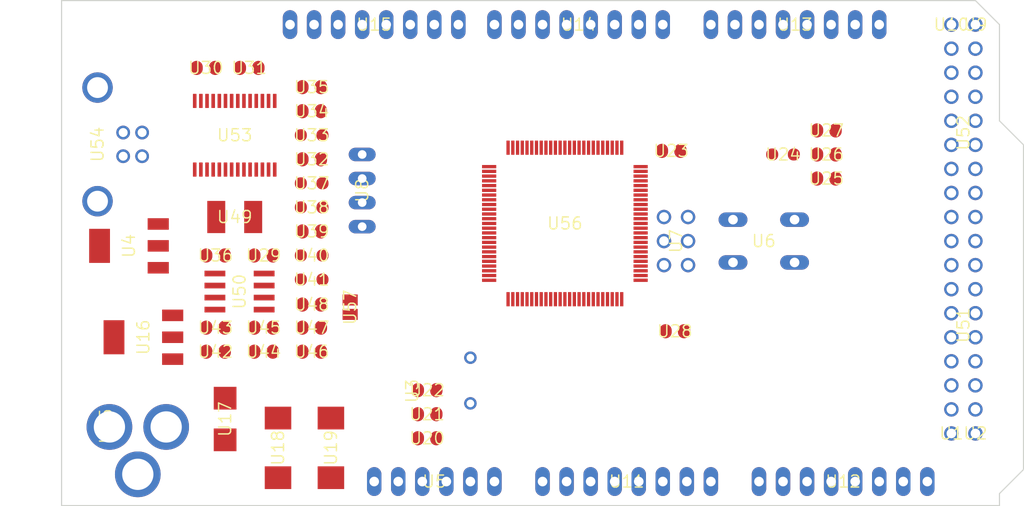
<source format=kicad_pcb>
(kicad_pcb (version 20221018) (generator pcbnew)
  (layers (0 "F.Cu" signal "Top") (31 "B.Cu" signal "Bottom") (34 "B.Paste" user) (35 "F.Paste" user) (36 "B.SilkS" user "B.Silkscreen") (37 "F.SilkS" user "F.Silkscreen") (38 "B.Mask" user) (39 "F.Mask" user) (44 "Edge.Cuts" user))
  (net 0 "")
  (net 1 "+5V")
  (net 2 "GND")
  (net 3 "N$6")
  (net 4 "N$7")
  (net 5 "AREF")
  (net 6 "RESET")
  (net 7 "VIN")
  (net 8 "N$3")
  (net 9 "PWRIN")
  (net 10 "M8RXD")
  (net 11 "M8TXD")
  (net 12 "ADC0")
  (net 13 "ADC2")
  (net 14 "ADC1")
  (net 15 "ADC3")
  (net 16 "ADC4")
  (net 17 "ADC5")
  (net 18 "ADC6")
  (net 19 "ADC7")
  (net 20 "+3V3")
  (net 21 "SDA")
  (net 22 "SCL")
  (net 23 "ADC9")
  (net 24 "ADC8")
  (net 25 "ADC10")
  (net 26 "ADC11")
  (net 27 "ADC12")
  (net 28 "ADC13")
  (net 29 "ADC14")
  (net 30 "ADC15")
  (net 31 "PB3")
  (net 32 "PB2")
  (net 33 "PB1")
  (net 34 "PB5")
  (net 35 "PB4")
  (net 36 "PE5")
  (net 37 "PE4")
  (net 38 "PE3")
  (net 39 "PE1")
  (net 40 "PE0")
  (net 41 "N$15")
  (net 42 "N$53")
  (net 43 "N$54")
  (net 44 "N$55")
  (net 45 "D-")
  (net 46 "D+")
  (net 47 "N$60")
  (net 48 "DTR")
  (net 49 "USBVCC")
  (net 50 "N$2")
  (net 51 "N$4")
  (net 52 "GATE_CMD")
  (net 53 "CMP")
  (net 54 "PB6")
  (net 55 "PH3")
  (net 56 "PH4")
  (net 57 "PH5")
  (net 58 "PH6")
  (net 59 "PG5")
  (net 60 "RXD1")
  (net 61 "TXD1")
  (net 62 "RXD2")
  (net 63 "RXD3")
  (net 64 "TXD2")
  (net 65 "TXD3")
  (net 66 "PC0")
  (net 67 "PC1")
  (net 68 "PC2")
  (net 69 "PC3")
  (net 70 "PC4")
  (net 71 "PC5")
  (net 72 "PC6")
  (net 73 "PC7")
  (net 74 "PB0")
  (net 75 "PG0")
  (net 76 "PG1")
  (net 77 "PG2")
  (net 78 "PD7")
  (net 79 "PA0")
  (net 80 "PA1")
  (net 81 "PA2")
  (net 82 "PA3")
  (net 83 "PA4")
  (net 84 "PA5")
  (net 85 "PA6")
  (net 86 "PA7")
  (net 87 "PL0")
  (net 88 "PL1")
  (net 89 "PL2")
  (net 90 "PL3")
  (net 91 "PL4")
  (net 92 "PL5")
  (net 93 "PL6")
  (net 94 "PL7")
  (net 95 "PB7")
  (net 96 "CTS")
  (net 97 "DSR")
  (net 98 "DCD")
  (net 99 "RI")
  (footprint "Arduino_MEGA_Reference_Design:2X03" (layer "F.Cu") (at 162.5981 103.7336 -90)
    (fp_text reference "U7")
    (fp_text value "")
  )
  (footprint "Arduino_MEGA_Reference_Design:1X08" (layer "F.Cu") (at 152.3111 80.8736 180)
    (fp_text reference "U14")
    (fp_text value "")
  )
  (footprint "Arduino_MEGA_Reference_Design:1X08" (layer "F.Cu") (at 130.7211 80.8736 180)
    (fp_text reference "U15")
    (fp_text value "")
  )
  (footprint "Arduino_MEGA_Reference_Design:SMC_D" (layer "F.Cu") (at 120.5611 125.5776 -90)
    (fp_text reference "U18")
    (fp_text value "")
  )
  (footprint "Arduino_MEGA_Reference_Design:SMC_D" (layer "F.Cu") (at 126.1491 125.5776 -90)
    (fp_text reference "U19")
    (fp_text value "")
  )
  (footprint "Arduino_MEGA_Reference_Design:B3F-10XX" (layer "F.Cu") (at 171.8691 103.7336 180)
    (fp_text reference "U6")
    (fp_text value "")
  )
  (footprint "Arduino_MEGA_Reference_Design:0805RND" (layer "F.Cu") (at 173.9011 94.5896 180)
    (fp_text reference "U24")
    (fp_text value "")
  )
  (footprint "Arduino_MEGA_Reference_Design:SMB" (layer "F.Cu") (at 114.9731 122.5296 -90)
    (fp_text reference "U17")
    (fp_text value "")
  )
  (footprint "Arduino_MEGA_Reference_Design:DC-21MM" (layer "F.Cu") (at 103.0351 123.2916 90)
    (fp_text reference "U55")
    (fp_text value "")
  )
  (footprint "Arduino_MEGA_Reference_Design:HC49_S" (layer "F.Cu") (at 140.8811 118.4656 90)
    (fp_text reference "U3")
    (fp_text value "")
  )
  (footprint "Arduino_MEGA_Reference_Design:SOT223" (layer "F.Cu") (at 106.3371 113.8936 90)
    (fp_text reference "U16")
    (fp_text value "")
  )
  (footprint "Arduino_MEGA_Reference_Design:1X06" (layer "F.Cu") (at 137.0711 129.1336)
    (fp_text reference "U5")
    (fp_text value "")
  )
  (footprint "Arduino_MEGA_Reference_Design:C0805RND" (layer "F.Cu") (at 124.1171 87.4776)
    (fp_text reference "U35")
    (fp_text value "")
  )
  (footprint "Arduino_MEGA_Reference_Design:C0805RND" (layer "F.Cu") (at 162.4711 113.2586)
    (fp_text reference "U28")
    (fp_text value "")
  )
  (footprint "Arduino_MEGA_Reference_Design:C0805RND" (layer "F.Cu") (at 136.3091 122.0216)
    (fp_text reference "U21")
    (fp_text value "")
  )
  (footprint "Arduino_MEGA_Reference_Design:C0805RND" (layer "F.Cu") (at 136.3091 119.4816)
    (fp_text reference "U22")
    (fp_text value "")
  )
  (footprint "Arduino_MEGA_Reference_Design:C0805RND" (layer "F.Cu") (at 113.9571 112.8776)
    (fp_text reference "U43")
    (fp_text value "")
  )
  (footprint "Arduino_MEGA_Reference_Design:RCL_0805RND" (layer "F.Cu") (at 124.1171 105.2576)
    (fp_text reference "U40")
    (fp_text value "")
  )
  (footprint "Arduino_MEGA_Reference_Design:RCL_0805RND" (layer "F.Cu") (at 124.1171 107.7976)
    (fp_text reference "U41")
    (fp_text value "")
  )
  (footprint "Arduino_MEGA_Reference_Design:1X08" (layer "F.Cu") (at 157.3911 129.1336)
    (fp_text reference "U11")
    (fp_text value "")
  )
  (footprint "Arduino_MEGA_Reference_Design:1X08" (layer "F.Cu") (at 175.1711 80.8736 180)
    (fp_text reference "U13")
    (fp_text value "")
  )
  (footprint "Arduino_MEGA_Reference_Design:R0805RND" (layer "F.Cu") (at 178.4731 94.5896 180)
    (fp_text reference "U26")
    (fp_text value "")
  )
  (footprint "Arduino_MEGA_Reference_Design:R0805RND" (layer "F.Cu") (at 178.4731 92.0496 180)
    (fp_text reference "U27")
    (fp_text value "")
  )
  (footprint "Arduino_MEGA_Reference_Design:TQFP100" (layer "F.Cu") (at 150.86109924316406 101.874267578125 0)
    (fp_text reference "U56")
    (fp_text value "")
  )
  (footprint "Arduino_MEGA_Reference_Design:C0805RND" (layer "F.Cu") (at 162.0901 94.2086 180)
    (fp_text reference "U23")
    (fp_text value "")
  )
  (footprint "Arduino_MEGA_Reference_Design:C0805RND" (layer "F.Cu") (at 136.3091 124.5616)
    (fp_text reference "U20")
    (fp_text value "")
  )
  (footprint "Arduino_MEGA_Reference_Design:1X08" (layer "F.Cu") (at 180.2511 129.1336)
    (fp_text reference "U12")
    (fp_text value "")
  )
  (footprint "Arduino_MEGA_Reference_Design:R0805RND" (layer "F.Cu") (at 124.1171 112.8776)
    (fp_text reference "U47")
    (fp_text value "")
  )
  (footprint "Arduino_MEGA_Reference_Design:C0805RND" (layer "F.Cu") (at 124.1171 115.4176)
    (fp_text reference "U46")
    (fp_text value "")
  )
  (footprint "Arduino_MEGA_Reference_Design:C0805RND" (layer "F.Cu") (at 113.9571 105.2576)
    (fp_text reference "U36")
    (fp_text value "")
  )
  (footprint "Arduino_MEGA_Reference_Design:C0805RND" (layer "F.Cu") (at 112.9411 85.4456)
    (fp_text reference "U30")
    (fp_text value "")
  )
  (footprint "Arduino_MEGA_Reference_Design:0805RND" (layer "F.Cu") (at 124.1171 100.1776 180)
    (fp_text reference "U38")
    (fp_text value "")
  )
  (footprint "Arduino_MEGA_Reference_Design:0805RND" (layer "F.Cu") (at 124.1171 97.6376 180)
    (fp_text reference "U37")
    (fp_text value "")
  )
  (footprint "Arduino_MEGA_Reference_Design:R0805RND" (layer "F.Cu") (at 124.1171 95.0976)
    (fp_text reference "U32")
    (fp_text value "")
  )
  (footprint "Arduino_MEGA_Reference_Design:R0805RND" (layer "F.Cu") (at 124.1171 102.7176)
    (fp_text reference "U39")
    (fp_text value "")
  )
  (footprint "Arduino_MEGA_Reference_Design:SSOP28" (layer "F.Cu") (at 115.9891 92.5576)
    (fp_text reference "U53")
    (fp_text value "")
  )
  (footprint "Arduino_MEGA_Reference_Design:PN61729" (layer "F.Cu") (at 98.9584 93.5228 -90)
    (fp_text reference "U54")
    (fp_text value "")
  )
  (footprint "Arduino_MEGA_Reference_Design:L1812" (layer "F.Cu") (at 115.9891 101.1936)
    (fp_text reference "U49")
    (fp_text value "")
  )
  (footprint "Arduino_MEGA_Reference_Design:C0805RND" (layer "F.Cu") (at 117.5131 85.4456)
    (fp_text reference "U31")
    (fp_text value "")
  )
  (footprint "Arduino_MEGA_Reference_Design:0805RND" (layer "F.Cu") (at 124.1171 92.5576 180)
    (fp_text reference "U33")
    (fp_text value "")
  )
  (footprint "Arduino_MEGA_Reference_Design:R0805RND" (layer "F.Cu") (at 124.1171 90.0176 180)
    (fp_text reference "U34")
    (fp_text value "")
  )
  (footprint "Arduino_MEGA_Reference_Design:C0805RND" (layer "F.Cu") (at 124.1171 110.4392 180)
    (fp_text reference "U48")
    (fp_text value "")
  )
  (footprint "Arduino_MEGA_Reference_Design:SOT223" (layer "F.Cu") (at 104.8131 104.2416 90)
    (fp_text reference "U4")
    (fp_text value "")
  )
  (footprint "Arduino_MEGA_Reference_Design:SO08" (layer "F.Cu") (at 116.4971 109.0676 -90)
    (fp_text reference "U50")
    (fp_text value "")
  )
  (footprint "Arduino_MEGA_Reference_Design:R0805RND" (layer "F.Cu") (at 113.9571 115.4176 180)
    (fp_text reference "U42")
    (fp_text value "")
  )
  (footprint "Arduino_MEGA_Reference_Design:R0805RND" (layer "F.Cu") (at 119.0371 112.8776 180)
    (fp_text reference "U45")
    (fp_text value "")
  )
  (footprint "Arduino_MEGA_Reference_Design:C0805RND" (layer "F.Cu") (at 119.0371 115.4176 180)
    (fp_text reference "U44")
    (fp_text value "")
  )
  (footprint "Arduino_MEGA_Reference_Design:C0805RND" (layer "F.Cu") (at 119.0371 105.2576)
    (fp_text reference "U29")
    (fp_text value "")
  )
  (footprint "Arduino_MEGA_Reference_Design:2X08" (layer "F.Cu") (at 192.9511 92.3036 90)
    (fp_text reference "U52")
    (fp_text value "")
  )
  (footprint "Arduino_MEGA_Reference_Design:2X08" (layer "F.Cu") (at 192.9511 112.6236 90)
    (fp_text reference "U51")
    (fp_text value "")
  )
  (footprint "Arduino_MEGA_Reference_Design:R0805RND" (layer "F.Cu") (at 178.4731 97.1296 180)
    (fp_text reference "U25")
    (fp_text value "")
  )
  (footprint "Arduino_MEGA_Reference_Design:1X01" (layer "F.Cu") (at 191.6811 80.8736)
    (fp_text reference "U10")
    (fp_text value "")
  )
  (footprint "Arduino_MEGA_Reference_Design:1X01" (layer "F.Cu") (at 194.2211 80.8736)
    (fp_text reference "U9")
    (fp_text value "")
  )
  (footprint "Arduino_MEGA_Reference_Design:1X01" (layer "F.Cu") (at 191.6811 124.0536)
    (fp_text reference "U1")
    (fp_text value "")
  )
  (footprint "Arduino_MEGA_Reference_Design:1X01" (layer "F.Cu") (at 194.2211 124.0536)
    (fp_text reference "U2")
    (fp_text value "")
  )
  (footprint "Arduino_MEGA_Reference_Design:SJ" (layer "F.Cu") (at 128.1811 110.7186 -90)
    (fp_text reference "U57")
    (fp_text value "")
  )
  (footprint "Arduino_MEGA_Reference_Design:JP4" (layer "F.Cu") (at 129.4511 98.3996 -90)
    (fp_text reference "U8")
    (fp_text value "")
  )
  (gr_line (start 196.7611 80.8736) (end 196.7611 91.0336) (layer "Edge.Cuts") (width 0.12))
  (gr_line (start 196.7611 130.4036) (end 196.7611 131.6736) (layer "Edge.Cuts") (width 0.12))
  (gr_line (start 194.2211 78.3336) (end 196.7611 80.8736) (layer "Edge.Cuts") (width 0.12))
  (gr_line (start 97.7011 78.3336) (end 194.2211 78.3336) (layer "Edge.Cuts") (width 0.12))
  (gr_line (start 196.7611 91.0336) (end 199.3011 93.5736) (layer "Edge.Cuts") (width 0.12))
  (gr_line (start 97.7011 131.6736) (end 97.7011 78.3336) (layer "Edge.Cuts") (width 0.12))
  (gr_line (start 196.7611 131.6736) (end 97.7011 131.6736) (layer "Edge.Cuts") (width 0.12))
  (gr_line (start 199.3011 93.5736) (end 199.3011 127.8636) (layer "Edge.Cuts") (width 0.12))
  (gr_line (start 199.3011 127.8636) (end 196.7611 130.4036) (layer "Edge.Cuts") (width 0.12))
)
</source>
